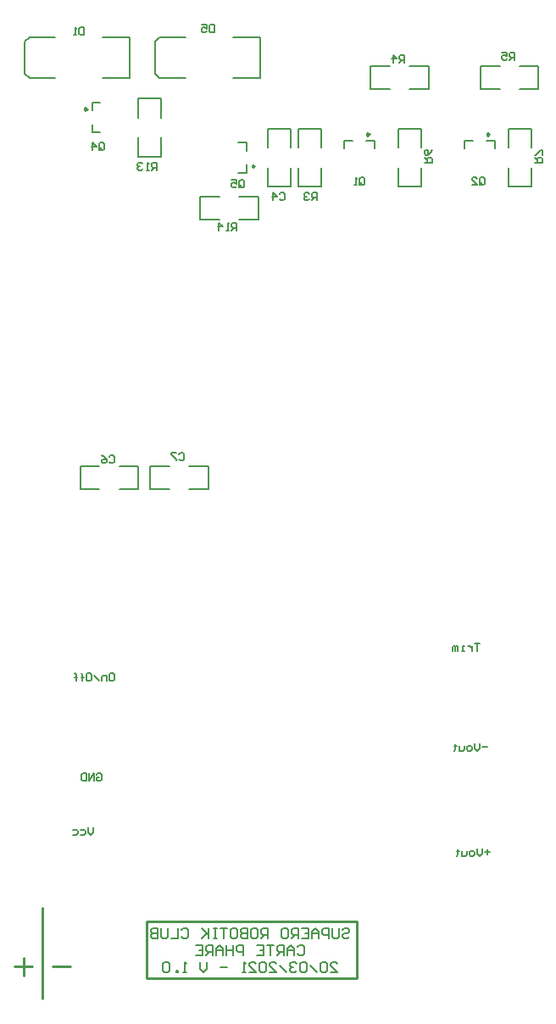
<source format=gbo>
G04 Layer_Color=32896*
%FSLAX25Y25*%
%MOIN*%
G70*
G01*
G75*
%ADD16C,0.00984*%
%ADD39C,0.01000*%
%ADD40C,0.00787*%
%ADD42C,0.00500*%
%ADD45C,0.00800*%
D16*
X216437Y336024D02*
X215699Y336450D01*
Y335597D01*
X216437Y336024D01*
X169193D02*
X168455Y336450D01*
Y335597D01*
X169193Y336024D01*
X123917Y323425D02*
X123179Y323851D01*
Y322999D01*
X123917Y323425D01*
X58169Y345866D02*
X57431Y346292D01*
Y345440D01*
X58169Y345866D01*
D39*
X29689Y8689D02*
X36689D01*
X33189Y5189D02*
Y12189D01*
X44689Y8689D02*
X51689D01*
X40689Y-3811D02*
Y31689D01*
X81693Y3937D02*
Y26575D01*
Y3937D02*
X164370D01*
Y26575D01*
X81693D02*
X164370D01*
D40*
X102784Y302587D02*
X110284D01*
X102784D02*
Y311587D01*
X110284D01*
X118063Y302587D02*
X125563D01*
Y311587D01*
X118063D02*
X125563D01*
X169713Y353768D02*
X177213D01*
X169713D02*
Y362768D01*
X177213D01*
X184992Y353768D02*
X192492D01*
Y362768D01*
X184992D02*
X192492D01*
X150169Y315382D02*
Y322882D01*
X141169Y315382D02*
X150169D01*
X141169D02*
Y322882D01*
X150169Y330661D02*
Y338161D01*
X141169D02*
X150169D01*
X141169Y330661D02*
Y338161D01*
X98378Y205287D02*
X105878D01*
Y196287D02*
Y205287D01*
X98378Y196287D02*
X105878D01*
X83098Y205287D02*
X90598D01*
X83098Y196287D02*
Y205287D01*
Y196287D02*
X90598D01*
X213020Y353768D02*
X220520D01*
X213020D02*
Y362768D01*
X220520D01*
X228299Y353768D02*
X235799D01*
Y362768D01*
X228299D02*
X235799D01*
X232846Y315382D02*
Y322882D01*
X223847Y315382D02*
X232846D01*
X223847D02*
Y322882D01*
X232846Y330661D02*
Y338161D01*
X223847D02*
X232846D01*
X223847Y330661D02*
Y338161D01*
X218504Y330315D02*
Y333465D01*
X215354D02*
X218504D01*
X206693Y330315D02*
Y333465D01*
X209842D01*
X171260Y330315D02*
Y333465D01*
X168110D02*
X171260D01*
X159449Y330315D02*
Y333465D01*
X162598D01*
X189539Y315382D02*
Y322882D01*
X180539Y315382D02*
X189539D01*
X180539D02*
Y322882D01*
X189539Y330661D02*
Y338161D01*
X180539D02*
X189539D01*
X180539Y330661D02*
Y338161D01*
X138358Y315382D02*
Y322882D01*
X129358Y315382D02*
X138358D01*
X129358D02*
Y322882D01*
X138358Y330661D02*
Y338161D01*
X129358D02*
X138358D01*
X129358Y330661D02*
Y338161D01*
X117717Y320866D02*
X120866D01*
Y324016D01*
X117717Y332677D02*
X120866D01*
Y329528D02*
Y332677D01*
X86713Y374213D02*
X96949D01*
X84941Y359842D02*
Y372441D01*
X126279Y358071D02*
Y374213D01*
X115650Y358071D02*
X126279D01*
X115650Y374213D02*
X126279D01*
X84941Y372441D02*
X86713Y374232D01*
X84941Y359842D02*
X86713Y358071D01*
X96949D01*
X35531Y374213D02*
X45768D01*
X33760Y359842D02*
Y372441D01*
X75098Y358071D02*
Y374213D01*
X64468Y358071D02*
X75098D01*
X64468Y374213D02*
X75098D01*
X33760Y372441D02*
X35531Y374232D01*
X33760Y359842D02*
X35531Y358071D01*
X45768D01*
X60236Y348425D02*
X63386D01*
X60236Y345276D02*
Y348425D01*
Y336614D02*
X63386D01*
X60236D02*
Y339764D01*
X87177Y327193D02*
Y334693D01*
X78177Y327193D02*
X87177D01*
X78177D02*
Y334693D01*
X87177Y342472D02*
Y349972D01*
X78177D02*
X87177D01*
X78177Y342472D02*
Y349972D01*
X55539Y196287D02*
X63039D01*
X55539D02*
Y205287D01*
X63039D01*
X70819Y196287D02*
X78319D01*
Y205287D01*
X70819D02*
X78319D01*
D42*
X60524Y63538D02*
Y61539D01*
X59524Y60539D01*
X58524Y61539D01*
Y63538D01*
X55525Y62539D02*
X57025D01*
X57525Y62039D01*
Y61039D01*
X57025Y60539D01*
X55525D01*
X52526Y62539D02*
X54026D01*
X54526Y62039D01*
Y61039D01*
X54026Y60539D01*
X52526D01*
X117126Y298228D02*
Y301227D01*
X115627D01*
X115127Y300728D01*
Y299728D01*
X115627Y299228D01*
X117126D01*
X116126D02*
X115127Y298228D01*
X114127D02*
X113127D01*
X113627D01*
Y301227D01*
X114127Y300728D01*
X110128Y298228D02*
Y301227D01*
X111628Y299728D01*
X109628D01*
X85630Y321850D02*
Y324849D01*
X84130D01*
X83631Y324350D01*
Y323350D01*
X84130Y322850D01*
X85630D01*
X84630D02*
X83631Y321850D01*
X82631D02*
X81631D01*
X82131D01*
Y324849D01*
X82631Y324350D01*
X80132D02*
X79632Y324849D01*
X78632D01*
X78132Y324350D01*
Y323850D01*
X78632Y323350D01*
X79132D01*
X78632D01*
X78132Y322850D01*
Y322350D01*
X78632Y321850D01*
X79632D01*
X80132Y322350D01*
X234252Y324803D02*
X237251D01*
Y326303D01*
X236751Y326802D01*
X235752D01*
X235252Y326303D01*
Y324803D01*
Y325803D02*
X234252Y326802D01*
X237251Y327802D02*
Y329802D01*
X236751D01*
X234752Y327802D01*
X234252D01*
X190945Y324803D02*
X193944D01*
Y326303D01*
X193444Y326802D01*
X192444D01*
X191945Y326303D01*
Y324803D01*
Y325803D02*
X190945Y326802D01*
X193944Y329802D02*
X193444Y328802D01*
X192444Y327802D01*
X191445D01*
X190945Y328302D01*
Y329302D01*
X191445Y329802D01*
X191945D01*
X192444Y329302D01*
Y327802D01*
X226378Y365158D02*
Y368157D01*
X224878D01*
X224379Y367657D01*
Y366657D01*
X224878Y366157D01*
X226378D01*
X225378D02*
X224379Y365158D01*
X221380Y368157D02*
X223379D01*
Y366657D01*
X222379Y367157D01*
X221879D01*
X221380Y366657D01*
Y365657D01*
X221879Y365158D01*
X222879D01*
X223379Y365657D01*
X183071Y364173D02*
Y367172D01*
X181571D01*
X181071Y366672D01*
Y365673D01*
X181571Y365173D01*
X183071D01*
X182071D02*
X181071Y364173D01*
X178572D02*
Y367172D01*
X180072Y365673D01*
X178073D01*
X148622Y310039D02*
Y313038D01*
X147123D01*
X146623Y312539D01*
Y311539D01*
X147123Y311039D01*
X148622D01*
X147622D02*
X146623Y310039D01*
X145623Y312539D02*
X145123Y313038D01*
X144123D01*
X143624Y312539D01*
Y312039D01*
X144123Y311539D01*
X144623D01*
X144123D01*
X143624Y311039D01*
Y310539D01*
X144123Y310039D01*
X145123D01*
X145623Y310539D01*
X118079Y315460D02*
Y317460D01*
X118579Y317960D01*
X119579D01*
X120079Y317460D01*
Y315460D01*
X119579Y314961D01*
X118579D01*
X119079Y315960D02*
X118079Y314961D01*
X118579D02*
X118079Y315460D01*
X115080Y317960D02*
X117080D01*
Y316460D01*
X116080Y316960D01*
X115580D01*
X115080Y316460D01*
Y315460D01*
X115580Y314961D01*
X116580D01*
X117080Y315460D01*
X62961Y330224D02*
Y332224D01*
X63461Y332723D01*
X64461D01*
X64961Y332224D01*
Y330224D01*
X64461Y329724D01*
X63461D01*
X63961Y330724D02*
X62961Y329724D01*
X63461D02*
X62961Y330224D01*
X60462Y329724D02*
Y332723D01*
X61962Y331224D01*
X59962D01*
X212568Y316445D02*
Y318444D01*
X213067Y318944D01*
X214067D01*
X214567Y318444D01*
Y316445D01*
X214067Y315945D01*
X213067D01*
X213567Y316945D02*
X212568Y315945D01*
X213067D02*
X212568Y316445D01*
X209569Y315945D02*
X211568D01*
X209569Y317944D01*
Y318444D01*
X210068Y318944D01*
X211068D01*
X211568Y318444D01*
X165323Y316445D02*
Y318444D01*
X165823Y318944D01*
X166823D01*
X167323Y318444D01*
Y316445D01*
X166823Y315945D01*
X165823D01*
X166323Y316945D02*
X165323Y315945D01*
X165823D02*
X165323Y316445D01*
X164324Y315945D02*
X163324D01*
X163824D01*
Y318944D01*
X164324Y318444D01*
X108268Y378983D02*
Y375984D01*
X106768D01*
X106268Y376484D01*
Y378483D01*
X106768Y378983D01*
X108268D01*
X103269D02*
X105269D01*
Y377484D01*
X104269Y377984D01*
X103769D01*
X103269Y377484D01*
Y376484D01*
X103769Y375984D01*
X104769D01*
X105269Y376484D01*
X57087Y377999D02*
Y375000D01*
X55587D01*
X55087Y375500D01*
Y377499D01*
X55587Y377999D01*
X57087D01*
X54088Y375000D02*
X53088D01*
X53588D01*
Y377999D01*
X54088Y377499D01*
X94457Y210176D02*
X94957Y210676D01*
X95957D01*
X96457Y210176D01*
Y208177D01*
X95957Y207677D01*
X94957D01*
X94457Y208177D01*
X93458Y210676D02*
X91458D01*
Y210176D01*
X93458Y208177D01*
Y207677D01*
X66898Y209192D02*
X67398Y209692D01*
X68398D01*
X68898Y209192D01*
Y207193D01*
X68398Y206693D01*
X67398D01*
X66898Y207193D01*
X63899Y209692D02*
X64899Y209192D01*
X65899Y208192D01*
Y207193D01*
X65399Y206693D01*
X64399D01*
X63899Y207193D01*
Y207693D01*
X64399Y208192D01*
X65899D01*
X133827Y312539D02*
X134327Y313038D01*
X135327D01*
X135827Y312539D01*
Y310539D01*
X135327Y310039D01*
X134327D01*
X133827Y310539D01*
X131328Y310039D02*
Y313038D01*
X132828Y311539D01*
X130828D01*
X212598Y135873D02*
X210599D01*
X211599D01*
Y132874D01*
X209599Y134873D02*
Y132874D01*
Y133874D01*
X209100Y134373D01*
X208600Y134873D01*
X208100D01*
X206600Y132874D02*
X205601D01*
X206101D01*
Y134873D01*
X206600D01*
X204101Y132874D02*
Y134873D01*
X203601D01*
X203101Y134373D01*
Y132874D01*
Y134373D01*
X202602Y134873D01*
X202102Y134373D01*
Y132874D01*
X215551Y95003D02*
X213552D01*
X212552Y96503D02*
Y94504D01*
X211553Y93504D01*
X210553Y94504D01*
Y96503D01*
X209053Y93504D02*
X208054D01*
X207554Y94004D01*
Y95003D01*
X208054Y95503D01*
X209053D01*
X209553Y95003D01*
Y94004D01*
X209053Y93504D01*
X206554Y95503D02*
Y94004D01*
X206054Y93504D01*
X204555D01*
Y95503D01*
X203055Y96003D02*
Y95503D01*
X203555D01*
X202555D01*
X203055D01*
Y94004D01*
X202555Y93504D01*
X216535Y53665D02*
X214536D01*
X215536Y54664D02*
Y52665D01*
X213536Y55164D02*
Y53165D01*
X212537Y52165D01*
X211537Y53165D01*
Y55164D01*
X210037Y52165D02*
X209038D01*
X208538Y52665D01*
Y53665D01*
X209038Y54165D01*
X210037D01*
X210537Y53665D01*
Y52665D01*
X210037Y52165D01*
X207538Y54165D02*
Y52665D01*
X207038Y52165D01*
X205539D01*
Y54165D01*
X204040Y54664D02*
Y54165D01*
X204539D01*
X203540D01*
X204040D01*
Y52665D01*
X203540Y52165D01*
X67398Y124062D02*
X68398D01*
X68898Y123562D01*
Y121563D01*
X68398Y121063D01*
X67398D01*
X66898Y121563D01*
Y123562D01*
X67398Y124062D01*
X65899Y121063D02*
Y123062D01*
X64399D01*
X63899Y122563D01*
Y121063D01*
X62900D02*
X60900Y123062D01*
X58401Y124062D02*
X59401D01*
X59900Y123562D01*
Y121563D01*
X59401Y121063D01*
X58401D01*
X57901Y121563D01*
Y123562D01*
X58401Y124062D01*
X56402Y121063D02*
Y123562D01*
Y122563D01*
X56902D01*
X55902D01*
X56402D01*
Y123562D01*
X55902Y124062D01*
X53903Y121063D02*
Y123562D01*
Y122563D01*
X54402D01*
X53403D01*
X53903D01*
Y123562D01*
X53403Y124062D01*
X61977Y84192D02*
X62477Y84692D01*
X63477D01*
X63976Y84192D01*
Y82193D01*
X63477Y81693D01*
X62477D01*
X61977Y82193D01*
Y83192D01*
X62977D01*
X60977Y81693D02*
Y84692D01*
X58978Y81693D01*
Y84692D01*
X57978D02*
Y81693D01*
X56479D01*
X55979Y82193D01*
Y84192D01*
X56479Y84692D01*
X57978D01*
D45*
X158593Y23132D02*
X159260Y23799D01*
X160593D01*
X161259Y23132D01*
Y22466D01*
X160593Y21799D01*
X159260D01*
X158593Y21133D01*
Y20466D01*
X159260Y19800D01*
X160593D01*
X161259Y20466D01*
X157260Y23799D02*
Y20466D01*
X156594Y19800D01*
X155261D01*
X154595Y20466D01*
Y23799D01*
X153262Y19800D02*
Y23799D01*
X151262D01*
X150596Y23132D01*
Y21799D01*
X151262Y21133D01*
X153262D01*
X149263Y19800D02*
Y22466D01*
X147930Y23799D01*
X146597Y22466D01*
Y19800D01*
Y21799D01*
X149263D01*
X142598Y23799D02*
X145264D01*
Y19800D01*
X142598D01*
X145264Y21799D02*
X143931D01*
X141265Y19800D02*
Y23799D01*
X139266D01*
X138600Y23132D01*
Y21799D01*
X139266Y21133D01*
X141265D01*
X139933D02*
X138600Y19800D01*
X135267Y23799D02*
X136600D01*
X137267Y23132D01*
Y20466D01*
X136600Y19800D01*
X135267D01*
X134601Y20466D01*
Y23132D01*
X135267Y23799D01*
X129269Y19800D02*
Y23799D01*
X127270D01*
X126604Y23132D01*
Y21799D01*
X127270Y21133D01*
X129269D01*
X127936D02*
X126604Y19800D01*
X123271Y23799D02*
X124604D01*
X125271Y23132D01*
Y20466D01*
X124604Y19800D01*
X123271D01*
X122605Y20466D01*
Y23132D01*
X123271Y23799D01*
X121272D02*
Y19800D01*
X119273D01*
X118606Y20466D01*
Y21133D01*
X119273Y21799D01*
X121272D01*
X119273D01*
X118606Y22466D01*
Y23132D01*
X119273Y23799D01*
X121272D01*
X115274D02*
X116607D01*
X117273Y23132D01*
Y20466D01*
X116607Y19800D01*
X115274D01*
X114608Y20466D01*
Y23132D01*
X115274Y23799D01*
X113275D02*
X110609D01*
X111942D01*
Y19800D01*
X109276Y23799D02*
X107943D01*
X108609D01*
Y19800D01*
X109276D01*
X107943D01*
X105944Y23799D02*
Y19800D01*
Y21133D01*
X103278Y23799D01*
X105277Y21799D01*
X103278Y19800D01*
X95280Y23132D02*
X95947Y23799D01*
X97280D01*
X97946Y23132D01*
Y20466D01*
X97280Y19800D01*
X95947D01*
X95280Y20466D01*
X93947Y23799D02*
Y19800D01*
X91282D01*
X89949Y23799D02*
Y20466D01*
X89282Y19800D01*
X87949D01*
X87283Y20466D01*
Y23799D01*
X85950D02*
Y19800D01*
X83951D01*
X83284Y20466D01*
Y21133D01*
X83951Y21799D01*
X85950D01*
X83951D01*
X83284Y22466D01*
Y23132D01*
X83951Y23799D01*
X85950D01*
X140932Y16414D02*
X141599Y17080D01*
X142932D01*
X143598Y16414D01*
Y13748D01*
X142932Y13081D01*
X141599D01*
X140932Y13748D01*
X139599Y13081D02*
Y15747D01*
X138267Y17080D01*
X136934Y15747D01*
Y13081D01*
Y15081D01*
X139599D01*
X135601Y13081D02*
Y17080D01*
X133601D01*
X132935Y16414D01*
Y15081D01*
X133601Y14414D01*
X135601D01*
X134268D02*
X132935Y13081D01*
X131602Y17080D02*
X128936D01*
X130269D01*
Y13081D01*
X124937Y17080D02*
X127603D01*
Y13081D01*
X124937D01*
X127603Y15081D02*
X126270D01*
X119606Y13081D02*
Y17080D01*
X117606D01*
X116940Y16414D01*
Y15081D01*
X117606Y14414D01*
X119606D01*
X115607Y17080D02*
Y13081D01*
Y15081D01*
X112941D01*
Y17080D01*
Y13081D01*
X111608D02*
Y15747D01*
X110275Y17080D01*
X108943Y15747D01*
Y13081D01*
Y15081D01*
X111608D01*
X107610Y13081D02*
Y17080D01*
X105610D01*
X104944Y16414D01*
Y15081D01*
X105610Y14414D01*
X107610D01*
X106277D02*
X104944Y13081D01*
X100945Y17080D02*
X103611D01*
Y13081D01*
X100945D01*
X103611Y15081D02*
X102278D01*
X153928Y6363D02*
X156594D01*
X153928Y9029D01*
Y9695D01*
X154595Y10362D01*
X155928D01*
X156594Y9695D01*
X152595D02*
X151929Y10362D01*
X150596D01*
X149929Y9695D01*
Y7029D01*
X150596Y6363D01*
X151929D01*
X152595Y7029D01*
Y9695D01*
X148597Y6363D02*
X145931Y9029D01*
X144598Y9695D02*
X143931Y10362D01*
X142598D01*
X141932Y9695D01*
Y7029D01*
X142598Y6363D01*
X143931D01*
X144598Y7029D01*
Y9695D01*
X140599D02*
X139933Y10362D01*
X138600D01*
X137933Y9695D01*
Y9029D01*
X138600Y8362D01*
X139266D01*
X138600D01*
X137933Y7696D01*
Y7029D01*
X138600Y6363D01*
X139933D01*
X140599Y7029D01*
X136600Y6363D02*
X133935Y9029D01*
X129936Y6363D02*
X132602D01*
X129936Y9029D01*
Y9695D01*
X130602Y10362D01*
X131935D01*
X132602Y9695D01*
X128603D02*
X127936Y10362D01*
X126604D01*
X125937Y9695D01*
Y7029D01*
X126604Y6363D01*
X127936D01*
X128603Y7029D01*
Y9695D01*
X121938Y6363D02*
X124604D01*
X121938Y9029D01*
Y9695D01*
X122605Y10362D01*
X123938D01*
X124604Y9695D01*
X120606Y6363D02*
X119273D01*
X119939D01*
Y10362D01*
X120606Y9695D01*
X113275Y8362D02*
X110609D01*
X105277Y10362D02*
Y7696D01*
X103944Y6363D01*
X102611Y7696D01*
Y10362D01*
X97280Y6363D02*
X95947D01*
X96613D01*
Y10362D01*
X97280Y9695D01*
X93947Y6363D02*
Y7029D01*
X93281D01*
Y6363D01*
X93947D01*
X90615Y9695D02*
X89949Y10362D01*
X88616D01*
X87949Y9695D01*
Y7029D01*
X88616Y6363D01*
X89949D01*
X90615Y7029D01*
Y9695D01*
M02*

</source>
